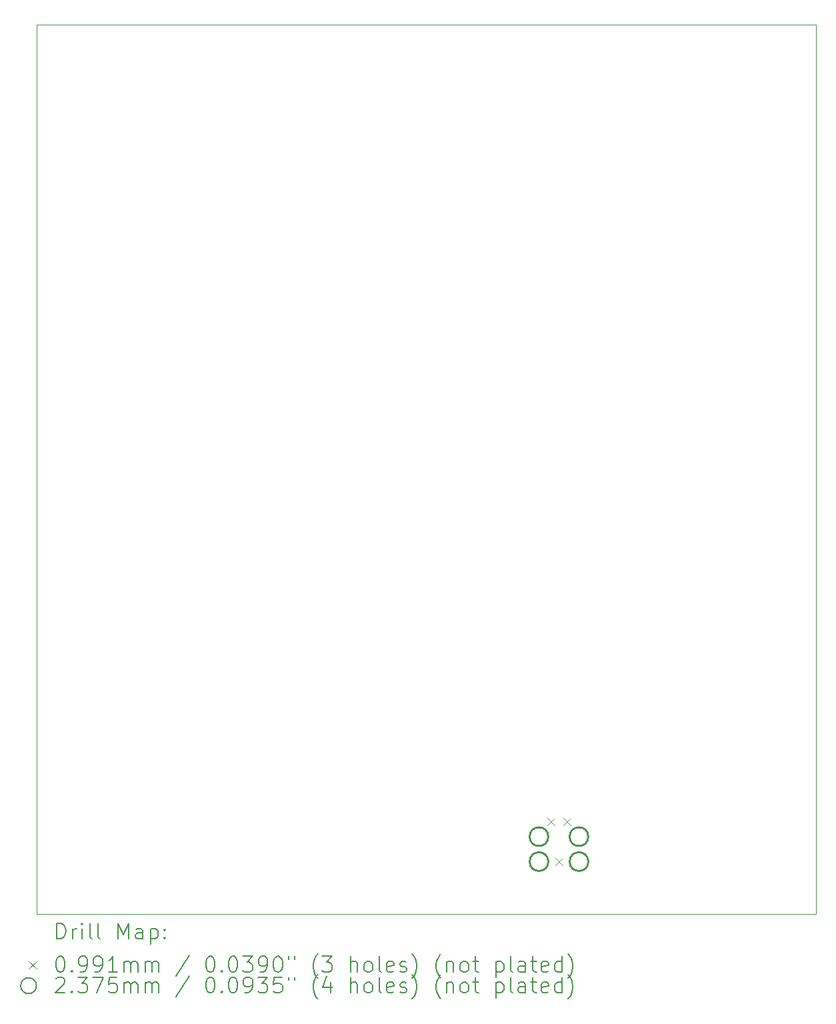
<source format=gbr>
%TF.GenerationSoftware,KiCad,Pcbnew,(6.0.7)*%
%TF.CreationDate,2022-10-10T22:00:29-03:00*%
%TF.ProjectId,uEFI_rev3,75454649-5f72-4657-9633-2e6b69636164,v3.0*%
%TF.SameCoordinates,Original*%
%TF.FileFunction,Drillmap*%
%TF.FilePolarity,Positive*%
%FSLAX45Y45*%
G04 Gerber Fmt 4.5, Leading zero omitted, Abs format (unit mm)*
G04 Created by KiCad (PCBNEW (6.0.7)) date 2022-10-10 22:00:29*
%MOMM*%
%LPD*%
G01*
G04 APERTURE LIST*
%ADD10C,0.050000*%
%ADD11C,0.200000*%
%ADD12C,0.099060*%
%ADD13C,0.237490*%
G04 APERTURE END LIST*
D10*
X5520000Y-4360000D02*
X15420000Y-4360000D01*
X15420000Y-4360000D02*
X15420000Y-15660000D01*
X15420000Y-15660000D02*
X5520000Y-15660000D01*
X5520000Y-15660000D02*
X5520000Y-4360000D01*
D11*
D12*
X12002370Y-14433470D02*
X12101430Y-14532530D01*
X12101430Y-14433470D02*
X12002370Y-14532530D01*
X12103970Y-14941470D02*
X12203030Y-15040530D01*
X12203030Y-14941470D02*
X12103970Y-15040530D01*
X12205570Y-14433470D02*
X12304630Y-14532530D01*
X12304630Y-14433470D02*
X12205570Y-14532530D01*
D13*
X12018245Y-14673500D02*
G75*
G03*
X12018245Y-14673500I-118745J0D01*
G01*
X12018245Y-14991000D02*
G75*
G03*
X12018245Y-14991000I-118745J0D01*
G01*
X12526245Y-14673500D02*
G75*
G03*
X12526245Y-14673500I-118745J0D01*
G01*
X12526245Y-14991000D02*
G75*
G03*
X12526245Y-14991000I-118745J0D01*
G01*
D11*
X5775119Y-15972976D02*
X5775119Y-15772976D01*
X5822738Y-15772976D01*
X5851309Y-15782500D01*
X5870357Y-15801548D01*
X5879881Y-15820595D01*
X5889405Y-15858690D01*
X5889405Y-15887262D01*
X5879881Y-15925357D01*
X5870357Y-15944405D01*
X5851309Y-15963452D01*
X5822738Y-15972976D01*
X5775119Y-15972976D01*
X5975119Y-15972976D02*
X5975119Y-15839643D01*
X5975119Y-15877738D02*
X5984643Y-15858690D01*
X5994167Y-15849167D01*
X6013214Y-15839643D01*
X6032262Y-15839643D01*
X6098928Y-15972976D02*
X6098928Y-15839643D01*
X6098928Y-15772976D02*
X6089405Y-15782500D01*
X6098928Y-15792024D01*
X6108452Y-15782500D01*
X6098928Y-15772976D01*
X6098928Y-15792024D01*
X6222738Y-15972976D02*
X6203690Y-15963452D01*
X6194167Y-15944405D01*
X6194167Y-15772976D01*
X6327500Y-15972976D02*
X6308452Y-15963452D01*
X6298928Y-15944405D01*
X6298928Y-15772976D01*
X6556071Y-15972976D02*
X6556071Y-15772976D01*
X6622738Y-15915833D01*
X6689405Y-15772976D01*
X6689405Y-15972976D01*
X6870357Y-15972976D02*
X6870357Y-15868214D01*
X6860833Y-15849167D01*
X6841786Y-15839643D01*
X6803690Y-15839643D01*
X6784643Y-15849167D01*
X6870357Y-15963452D02*
X6851309Y-15972976D01*
X6803690Y-15972976D01*
X6784643Y-15963452D01*
X6775119Y-15944405D01*
X6775119Y-15925357D01*
X6784643Y-15906309D01*
X6803690Y-15896786D01*
X6851309Y-15896786D01*
X6870357Y-15887262D01*
X6965595Y-15839643D02*
X6965595Y-16039643D01*
X6965595Y-15849167D02*
X6984643Y-15839643D01*
X7022738Y-15839643D01*
X7041786Y-15849167D01*
X7051309Y-15858690D01*
X7060833Y-15877738D01*
X7060833Y-15934881D01*
X7051309Y-15953928D01*
X7041786Y-15963452D01*
X7022738Y-15972976D01*
X6984643Y-15972976D01*
X6965595Y-15963452D01*
X7146548Y-15953928D02*
X7156071Y-15963452D01*
X7146548Y-15972976D01*
X7137024Y-15963452D01*
X7146548Y-15953928D01*
X7146548Y-15972976D01*
X7146548Y-15849167D02*
X7156071Y-15858690D01*
X7146548Y-15868214D01*
X7137024Y-15858690D01*
X7146548Y-15849167D01*
X7146548Y-15868214D01*
D12*
X5418440Y-16252970D02*
X5517500Y-16352030D01*
X5517500Y-16252970D02*
X5418440Y-16352030D01*
D11*
X5813214Y-16192976D02*
X5832262Y-16192976D01*
X5851309Y-16202500D01*
X5860833Y-16212024D01*
X5870357Y-16231071D01*
X5879881Y-16269167D01*
X5879881Y-16316786D01*
X5870357Y-16354881D01*
X5860833Y-16373928D01*
X5851309Y-16383452D01*
X5832262Y-16392976D01*
X5813214Y-16392976D01*
X5794167Y-16383452D01*
X5784643Y-16373928D01*
X5775119Y-16354881D01*
X5765595Y-16316786D01*
X5765595Y-16269167D01*
X5775119Y-16231071D01*
X5784643Y-16212024D01*
X5794167Y-16202500D01*
X5813214Y-16192976D01*
X5965595Y-16373928D02*
X5975119Y-16383452D01*
X5965595Y-16392976D01*
X5956071Y-16383452D01*
X5965595Y-16373928D01*
X5965595Y-16392976D01*
X6070357Y-16392976D02*
X6108452Y-16392976D01*
X6127500Y-16383452D01*
X6137024Y-16373928D01*
X6156071Y-16345357D01*
X6165595Y-16307262D01*
X6165595Y-16231071D01*
X6156071Y-16212024D01*
X6146548Y-16202500D01*
X6127500Y-16192976D01*
X6089405Y-16192976D01*
X6070357Y-16202500D01*
X6060833Y-16212024D01*
X6051309Y-16231071D01*
X6051309Y-16278690D01*
X6060833Y-16297738D01*
X6070357Y-16307262D01*
X6089405Y-16316786D01*
X6127500Y-16316786D01*
X6146548Y-16307262D01*
X6156071Y-16297738D01*
X6165595Y-16278690D01*
X6260833Y-16392976D02*
X6298928Y-16392976D01*
X6317976Y-16383452D01*
X6327500Y-16373928D01*
X6346548Y-16345357D01*
X6356071Y-16307262D01*
X6356071Y-16231071D01*
X6346548Y-16212024D01*
X6337024Y-16202500D01*
X6317976Y-16192976D01*
X6279881Y-16192976D01*
X6260833Y-16202500D01*
X6251309Y-16212024D01*
X6241786Y-16231071D01*
X6241786Y-16278690D01*
X6251309Y-16297738D01*
X6260833Y-16307262D01*
X6279881Y-16316786D01*
X6317976Y-16316786D01*
X6337024Y-16307262D01*
X6346548Y-16297738D01*
X6356071Y-16278690D01*
X6546548Y-16392976D02*
X6432262Y-16392976D01*
X6489405Y-16392976D02*
X6489405Y-16192976D01*
X6470357Y-16221548D01*
X6451309Y-16240595D01*
X6432262Y-16250119D01*
X6632262Y-16392976D02*
X6632262Y-16259643D01*
X6632262Y-16278690D02*
X6641786Y-16269167D01*
X6660833Y-16259643D01*
X6689405Y-16259643D01*
X6708452Y-16269167D01*
X6717976Y-16288214D01*
X6717976Y-16392976D01*
X6717976Y-16288214D02*
X6727500Y-16269167D01*
X6746548Y-16259643D01*
X6775119Y-16259643D01*
X6794167Y-16269167D01*
X6803690Y-16288214D01*
X6803690Y-16392976D01*
X6898928Y-16392976D02*
X6898928Y-16259643D01*
X6898928Y-16278690D02*
X6908452Y-16269167D01*
X6927500Y-16259643D01*
X6956071Y-16259643D01*
X6975119Y-16269167D01*
X6984643Y-16288214D01*
X6984643Y-16392976D01*
X6984643Y-16288214D02*
X6994167Y-16269167D01*
X7013214Y-16259643D01*
X7041786Y-16259643D01*
X7060833Y-16269167D01*
X7070357Y-16288214D01*
X7070357Y-16392976D01*
X7460833Y-16183452D02*
X7289405Y-16440595D01*
X7717976Y-16192976D02*
X7737024Y-16192976D01*
X7756071Y-16202500D01*
X7765595Y-16212024D01*
X7775119Y-16231071D01*
X7784643Y-16269167D01*
X7784643Y-16316786D01*
X7775119Y-16354881D01*
X7765595Y-16373928D01*
X7756071Y-16383452D01*
X7737024Y-16392976D01*
X7717976Y-16392976D01*
X7698928Y-16383452D01*
X7689405Y-16373928D01*
X7679881Y-16354881D01*
X7670357Y-16316786D01*
X7670357Y-16269167D01*
X7679881Y-16231071D01*
X7689405Y-16212024D01*
X7698928Y-16202500D01*
X7717976Y-16192976D01*
X7870357Y-16373928D02*
X7879881Y-16383452D01*
X7870357Y-16392976D01*
X7860833Y-16383452D01*
X7870357Y-16373928D01*
X7870357Y-16392976D01*
X8003690Y-16192976D02*
X8022738Y-16192976D01*
X8041786Y-16202500D01*
X8051309Y-16212024D01*
X8060833Y-16231071D01*
X8070357Y-16269167D01*
X8070357Y-16316786D01*
X8060833Y-16354881D01*
X8051309Y-16373928D01*
X8041786Y-16383452D01*
X8022738Y-16392976D01*
X8003690Y-16392976D01*
X7984643Y-16383452D01*
X7975119Y-16373928D01*
X7965595Y-16354881D01*
X7956071Y-16316786D01*
X7956071Y-16269167D01*
X7965595Y-16231071D01*
X7975119Y-16212024D01*
X7984643Y-16202500D01*
X8003690Y-16192976D01*
X8137024Y-16192976D02*
X8260833Y-16192976D01*
X8194167Y-16269167D01*
X8222738Y-16269167D01*
X8241786Y-16278690D01*
X8251309Y-16288214D01*
X8260833Y-16307262D01*
X8260833Y-16354881D01*
X8251309Y-16373928D01*
X8241786Y-16383452D01*
X8222738Y-16392976D01*
X8165595Y-16392976D01*
X8146548Y-16383452D01*
X8137024Y-16373928D01*
X8356071Y-16392976D02*
X8394167Y-16392976D01*
X8413214Y-16383452D01*
X8422738Y-16373928D01*
X8441786Y-16345357D01*
X8451310Y-16307262D01*
X8451310Y-16231071D01*
X8441786Y-16212024D01*
X8432262Y-16202500D01*
X8413214Y-16192976D01*
X8375119Y-16192976D01*
X8356071Y-16202500D01*
X8346548Y-16212024D01*
X8337024Y-16231071D01*
X8337024Y-16278690D01*
X8346548Y-16297738D01*
X8356071Y-16307262D01*
X8375119Y-16316786D01*
X8413214Y-16316786D01*
X8432262Y-16307262D01*
X8441786Y-16297738D01*
X8451310Y-16278690D01*
X8575119Y-16192976D02*
X8594167Y-16192976D01*
X8613214Y-16202500D01*
X8622738Y-16212024D01*
X8632262Y-16231071D01*
X8641786Y-16269167D01*
X8641786Y-16316786D01*
X8632262Y-16354881D01*
X8622738Y-16373928D01*
X8613214Y-16383452D01*
X8594167Y-16392976D01*
X8575119Y-16392976D01*
X8556071Y-16383452D01*
X8546548Y-16373928D01*
X8537024Y-16354881D01*
X8527500Y-16316786D01*
X8527500Y-16269167D01*
X8537024Y-16231071D01*
X8546548Y-16212024D01*
X8556071Y-16202500D01*
X8575119Y-16192976D01*
X8717976Y-16192976D02*
X8717976Y-16231071D01*
X8794167Y-16192976D02*
X8794167Y-16231071D01*
X9089405Y-16469167D02*
X9079881Y-16459643D01*
X9060833Y-16431071D01*
X9051310Y-16412024D01*
X9041786Y-16383452D01*
X9032262Y-16335833D01*
X9032262Y-16297738D01*
X9041786Y-16250119D01*
X9051310Y-16221548D01*
X9060833Y-16202500D01*
X9079881Y-16173928D01*
X9089405Y-16164405D01*
X9146548Y-16192976D02*
X9270357Y-16192976D01*
X9203690Y-16269167D01*
X9232262Y-16269167D01*
X9251310Y-16278690D01*
X9260833Y-16288214D01*
X9270357Y-16307262D01*
X9270357Y-16354881D01*
X9260833Y-16373928D01*
X9251310Y-16383452D01*
X9232262Y-16392976D01*
X9175119Y-16392976D01*
X9156071Y-16383452D01*
X9146548Y-16373928D01*
X9508452Y-16392976D02*
X9508452Y-16192976D01*
X9594167Y-16392976D02*
X9594167Y-16288214D01*
X9584643Y-16269167D01*
X9565595Y-16259643D01*
X9537024Y-16259643D01*
X9517976Y-16269167D01*
X9508452Y-16278690D01*
X9717976Y-16392976D02*
X9698929Y-16383452D01*
X9689405Y-16373928D01*
X9679881Y-16354881D01*
X9679881Y-16297738D01*
X9689405Y-16278690D01*
X9698929Y-16269167D01*
X9717976Y-16259643D01*
X9746548Y-16259643D01*
X9765595Y-16269167D01*
X9775119Y-16278690D01*
X9784643Y-16297738D01*
X9784643Y-16354881D01*
X9775119Y-16373928D01*
X9765595Y-16383452D01*
X9746548Y-16392976D01*
X9717976Y-16392976D01*
X9898929Y-16392976D02*
X9879881Y-16383452D01*
X9870357Y-16364405D01*
X9870357Y-16192976D01*
X10051310Y-16383452D02*
X10032262Y-16392976D01*
X9994167Y-16392976D01*
X9975119Y-16383452D01*
X9965595Y-16364405D01*
X9965595Y-16288214D01*
X9975119Y-16269167D01*
X9994167Y-16259643D01*
X10032262Y-16259643D01*
X10051310Y-16269167D01*
X10060833Y-16288214D01*
X10060833Y-16307262D01*
X9965595Y-16326309D01*
X10137024Y-16383452D02*
X10156071Y-16392976D01*
X10194167Y-16392976D01*
X10213214Y-16383452D01*
X10222738Y-16364405D01*
X10222738Y-16354881D01*
X10213214Y-16335833D01*
X10194167Y-16326309D01*
X10165595Y-16326309D01*
X10146548Y-16316786D01*
X10137024Y-16297738D01*
X10137024Y-16288214D01*
X10146548Y-16269167D01*
X10165595Y-16259643D01*
X10194167Y-16259643D01*
X10213214Y-16269167D01*
X10289405Y-16469167D02*
X10298929Y-16459643D01*
X10317976Y-16431071D01*
X10327500Y-16412024D01*
X10337024Y-16383452D01*
X10346548Y-16335833D01*
X10346548Y-16297738D01*
X10337024Y-16250119D01*
X10327500Y-16221548D01*
X10317976Y-16202500D01*
X10298929Y-16173928D01*
X10289405Y-16164405D01*
X10651310Y-16469167D02*
X10641786Y-16459643D01*
X10622738Y-16431071D01*
X10613214Y-16412024D01*
X10603690Y-16383452D01*
X10594167Y-16335833D01*
X10594167Y-16297738D01*
X10603690Y-16250119D01*
X10613214Y-16221548D01*
X10622738Y-16202500D01*
X10641786Y-16173928D01*
X10651310Y-16164405D01*
X10727500Y-16259643D02*
X10727500Y-16392976D01*
X10727500Y-16278690D02*
X10737024Y-16269167D01*
X10756071Y-16259643D01*
X10784643Y-16259643D01*
X10803690Y-16269167D01*
X10813214Y-16288214D01*
X10813214Y-16392976D01*
X10937024Y-16392976D02*
X10917976Y-16383452D01*
X10908452Y-16373928D01*
X10898929Y-16354881D01*
X10898929Y-16297738D01*
X10908452Y-16278690D01*
X10917976Y-16269167D01*
X10937024Y-16259643D01*
X10965595Y-16259643D01*
X10984643Y-16269167D01*
X10994167Y-16278690D01*
X11003690Y-16297738D01*
X11003690Y-16354881D01*
X10994167Y-16373928D01*
X10984643Y-16383452D01*
X10965595Y-16392976D01*
X10937024Y-16392976D01*
X11060833Y-16259643D02*
X11137024Y-16259643D01*
X11089405Y-16192976D02*
X11089405Y-16364405D01*
X11098929Y-16383452D01*
X11117976Y-16392976D01*
X11137024Y-16392976D01*
X11356071Y-16259643D02*
X11356071Y-16459643D01*
X11356071Y-16269167D02*
X11375119Y-16259643D01*
X11413214Y-16259643D01*
X11432262Y-16269167D01*
X11441786Y-16278690D01*
X11451309Y-16297738D01*
X11451309Y-16354881D01*
X11441786Y-16373928D01*
X11432262Y-16383452D01*
X11413214Y-16392976D01*
X11375119Y-16392976D01*
X11356071Y-16383452D01*
X11565595Y-16392976D02*
X11546548Y-16383452D01*
X11537024Y-16364405D01*
X11537024Y-16192976D01*
X11727500Y-16392976D02*
X11727500Y-16288214D01*
X11717976Y-16269167D01*
X11698928Y-16259643D01*
X11660833Y-16259643D01*
X11641786Y-16269167D01*
X11727500Y-16383452D02*
X11708452Y-16392976D01*
X11660833Y-16392976D01*
X11641786Y-16383452D01*
X11632262Y-16364405D01*
X11632262Y-16345357D01*
X11641786Y-16326309D01*
X11660833Y-16316786D01*
X11708452Y-16316786D01*
X11727500Y-16307262D01*
X11794167Y-16259643D02*
X11870357Y-16259643D01*
X11822738Y-16192976D02*
X11822738Y-16364405D01*
X11832262Y-16383452D01*
X11851309Y-16392976D01*
X11870357Y-16392976D01*
X12013214Y-16383452D02*
X11994167Y-16392976D01*
X11956071Y-16392976D01*
X11937024Y-16383452D01*
X11927500Y-16364405D01*
X11927500Y-16288214D01*
X11937024Y-16269167D01*
X11956071Y-16259643D01*
X11994167Y-16259643D01*
X12013214Y-16269167D01*
X12022738Y-16288214D01*
X12022738Y-16307262D01*
X11927500Y-16326309D01*
X12194167Y-16392976D02*
X12194167Y-16192976D01*
X12194167Y-16383452D02*
X12175119Y-16392976D01*
X12137024Y-16392976D01*
X12117976Y-16383452D01*
X12108452Y-16373928D01*
X12098928Y-16354881D01*
X12098928Y-16297738D01*
X12108452Y-16278690D01*
X12117976Y-16269167D01*
X12137024Y-16259643D01*
X12175119Y-16259643D01*
X12194167Y-16269167D01*
X12270357Y-16469167D02*
X12279881Y-16459643D01*
X12298928Y-16431071D01*
X12308452Y-16412024D01*
X12317976Y-16383452D01*
X12327500Y-16335833D01*
X12327500Y-16297738D01*
X12317976Y-16250119D01*
X12308452Y-16221548D01*
X12298928Y-16202500D01*
X12279881Y-16173928D01*
X12270357Y-16164405D01*
X5517500Y-16566500D02*
G75*
G03*
X5517500Y-16566500I-100000J0D01*
G01*
X5765595Y-16476024D02*
X5775119Y-16466500D01*
X5794167Y-16456976D01*
X5841786Y-16456976D01*
X5860833Y-16466500D01*
X5870357Y-16476024D01*
X5879881Y-16495071D01*
X5879881Y-16514119D01*
X5870357Y-16542690D01*
X5756071Y-16656976D01*
X5879881Y-16656976D01*
X5965595Y-16637928D02*
X5975119Y-16647452D01*
X5965595Y-16656976D01*
X5956071Y-16647452D01*
X5965595Y-16637928D01*
X5965595Y-16656976D01*
X6041786Y-16456976D02*
X6165595Y-16456976D01*
X6098928Y-16533167D01*
X6127500Y-16533167D01*
X6146548Y-16542690D01*
X6156071Y-16552214D01*
X6165595Y-16571262D01*
X6165595Y-16618881D01*
X6156071Y-16637928D01*
X6146548Y-16647452D01*
X6127500Y-16656976D01*
X6070357Y-16656976D01*
X6051309Y-16647452D01*
X6041786Y-16637928D01*
X6232262Y-16456976D02*
X6365595Y-16456976D01*
X6279881Y-16656976D01*
X6537024Y-16456976D02*
X6441786Y-16456976D01*
X6432262Y-16552214D01*
X6441786Y-16542690D01*
X6460833Y-16533167D01*
X6508452Y-16533167D01*
X6527500Y-16542690D01*
X6537024Y-16552214D01*
X6546548Y-16571262D01*
X6546548Y-16618881D01*
X6537024Y-16637928D01*
X6527500Y-16647452D01*
X6508452Y-16656976D01*
X6460833Y-16656976D01*
X6441786Y-16647452D01*
X6432262Y-16637928D01*
X6632262Y-16656976D02*
X6632262Y-16523643D01*
X6632262Y-16542690D02*
X6641786Y-16533167D01*
X6660833Y-16523643D01*
X6689405Y-16523643D01*
X6708452Y-16533167D01*
X6717976Y-16552214D01*
X6717976Y-16656976D01*
X6717976Y-16552214D02*
X6727500Y-16533167D01*
X6746548Y-16523643D01*
X6775119Y-16523643D01*
X6794167Y-16533167D01*
X6803690Y-16552214D01*
X6803690Y-16656976D01*
X6898928Y-16656976D02*
X6898928Y-16523643D01*
X6898928Y-16542690D02*
X6908452Y-16533167D01*
X6927500Y-16523643D01*
X6956071Y-16523643D01*
X6975119Y-16533167D01*
X6984643Y-16552214D01*
X6984643Y-16656976D01*
X6984643Y-16552214D02*
X6994167Y-16533167D01*
X7013214Y-16523643D01*
X7041786Y-16523643D01*
X7060833Y-16533167D01*
X7070357Y-16552214D01*
X7070357Y-16656976D01*
X7460833Y-16447452D02*
X7289405Y-16704595D01*
X7717976Y-16456976D02*
X7737024Y-16456976D01*
X7756071Y-16466500D01*
X7765595Y-16476024D01*
X7775119Y-16495071D01*
X7784643Y-16533167D01*
X7784643Y-16580786D01*
X7775119Y-16618881D01*
X7765595Y-16637928D01*
X7756071Y-16647452D01*
X7737024Y-16656976D01*
X7717976Y-16656976D01*
X7698928Y-16647452D01*
X7689405Y-16637928D01*
X7679881Y-16618881D01*
X7670357Y-16580786D01*
X7670357Y-16533167D01*
X7679881Y-16495071D01*
X7689405Y-16476024D01*
X7698928Y-16466500D01*
X7717976Y-16456976D01*
X7870357Y-16637928D02*
X7879881Y-16647452D01*
X7870357Y-16656976D01*
X7860833Y-16647452D01*
X7870357Y-16637928D01*
X7870357Y-16656976D01*
X8003690Y-16456976D02*
X8022738Y-16456976D01*
X8041786Y-16466500D01*
X8051309Y-16476024D01*
X8060833Y-16495071D01*
X8070357Y-16533167D01*
X8070357Y-16580786D01*
X8060833Y-16618881D01*
X8051309Y-16637928D01*
X8041786Y-16647452D01*
X8022738Y-16656976D01*
X8003690Y-16656976D01*
X7984643Y-16647452D01*
X7975119Y-16637928D01*
X7965595Y-16618881D01*
X7956071Y-16580786D01*
X7956071Y-16533167D01*
X7965595Y-16495071D01*
X7975119Y-16476024D01*
X7984643Y-16466500D01*
X8003690Y-16456976D01*
X8165595Y-16656976D02*
X8203690Y-16656976D01*
X8222738Y-16647452D01*
X8232262Y-16637928D01*
X8251309Y-16609357D01*
X8260833Y-16571262D01*
X8260833Y-16495071D01*
X8251309Y-16476024D01*
X8241786Y-16466500D01*
X8222738Y-16456976D01*
X8184643Y-16456976D01*
X8165595Y-16466500D01*
X8156071Y-16476024D01*
X8146548Y-16495071D01*
X8146548Y-16542690D01*
X8156071Y-16561738D01*
X8165595Y-16571262D01*
X8184643Y-16580786D01*
X8222738Y-16580786D01*
X8241786Y-16571262D01*
X8251309Y-16561738D01*
X8260833Y-16542690D01*
X8327500Y-16456976D02*
X8451310Y-16456976D01*
X8384643Y-16533167D01*
X8413214Y-16533167D01*
X8432262Y-16542690D01*
X8441786Y-16552214D01*
X8451310Y-16571262D01*
X8451310Y-16618881D01*
X8441786Y-16637928D01*
X8432262Y-16647452D01*
X8413214Y-16656976D01*
X8356071Y-16656976D01*
X8337024Y-16647452D01*
X8327500Y-16637928D01*
X8632262Y-16456976D02*
X8537024Y-16456976D01*
X8527500Y-16552214D01*
X8537024Y-16542690D01*
X8556071Y-16533167D01*
X8603690Y-16533167D01*
X8622738Y-16542690D01*
X8632262Y-16552214D01*
X8641786Y-16571262D01*
X8641786Y-16618881D01*
X8632262Y-16637928D01*
X8622738Y-16647452D01*
X8603690Y-16656976D01*
X8556071Y-16656976D01*
X8537024Y-16647452D01*
X8527500Y-16637928D01*
X8717976Y-16456976D02*
X8717976Y-16495071D01*
X8794167Y-16456976D02*
X8794167Y-16495071D01*
X9089405Y-16733167D02*
X9079881Y-16723643D01*
X9060833Y-16695071D01*
X9051310Y-16676024D01*
X9041786Y-16647452D01*
X9032262Y-16599833D01*
X9032262Y-16561738D01*
X9041786Y-16514119D01*
X9051310Y-16485548D01*
X9060833Y-16466500D01*
X9079881Y-16437928D01*
X9089405Y-16428405D01*
X9251310Y-16523643D02*
X9251310Y-16656976D01*
X9203690Y-16447452D02*
X9156071Y-16590309D01*
X9279881Y-16590309D01*
X9508452Y-16656976D02*
X9508452Y-16456976D01*
X9594167Y-16656976D02*
X9594167Y-16552214D01*
X9584643Y-16533167D01*
X9565595Y-16523643D01*
X9537024Y-16523643D01*
X9517976Y-16533167D01*
X9508452Y-16542690D01*
X9717976Y-16656976D02*
X9698929Y-16647452D01*
X9689405Y-16637928D01*
X9679881Y-16618881D01*
X9679881Y-16561738D01*
X9689405Y-16542690D01*
X9698929Y-16533167D01*
X9717976Y-16523643D01*
X9746548Y-16523643D01*
X9765595Y-16533167D01*
X9775119Y-16542690D01*
X9784643Y-16561738D01*
X9784643Y-16618881D01*
X9775119Y-16637928D01*
X9765595Y-16647452D01*
X9746548Y-16656976D01*
X9717976Y-16656976D01*
X9898929Y-16656976D02*
X9879881Y-16647452D01*
X9870357Y-16628405D01*
X9870357Y-16456976D01*
X10051310Y-16647452D02*
X10032262Y-16656976D01*
X9994167Y-16656976D01*
X9975119Y-16647452D01*
X9965595Y-16628405D01*
X9965595Y-16552214D01*
X9975119Y-16533167D01*
X9994167Y-16523643D01*
X10032262Y-16523643D01*
X10051310Y-16533167D01*
X10060833Y-16552214D01*
X10060833Y-16571262D01*
X9965595Y-16590309D01*
X10137024Y-16647452D02*
X10156071Y-16656976D01*
X10194167Y-16656976D01*
X10213214Y-16647452D01*
X10222738Y-16628405D01*
X10222738Y-16618881D01*
X10213214Y-16599833D01*
X10194167Y-16590309D01*
X10165595Y-16590309D01*
X10146548Y-16580786D01*
X10137024Y-16561738D01*
X10137024Y-16552214D01*
X10146548Y-16533167D01*
X10165595Y-16523643D01*
X10194167Y-16523643D01*
X10213214Y-16533167D01*
X10289405Y-16733167D02*
X10298929Y-16723643D01*
X10317976Y-16695071D01*
X10327500Y-16676024D01*
X10337024Y-16647452D01*
X10346548Y-16599833D01*
X10346548Y-16561738D01*
X10337024Y-16514119D01*
X10327500Y-16485548D01*
X10317976Y-16466500D01*
X10298929Y-16437928D01*
X10289405Y-16428405D01*
X10651310Y-16733167D02*
X10641786Y-16723643D01*
X10622738Y-16695071D01*
X10613214Y-16676024D01*
X10603690Y-16647452D01*
X10594167Y-16599833D01*
X10594167Y-16561738D01*
X10603690Y-16514119D01*
X10613214Y-16485548D01*
X10622738Y-16466500D01*
X10641786Y-16437928D01*
X10651310Y-16428405D01*
X10727500Y-16523643D02*
X10727500Y-16656976D01*
X10727500Y-16542690D02*
X10737024Y-16533167D01*
X10756071Y-16523643D01*
X10784643Y-16523643D01*
X10803690Y-16533167D01*
X10813214Y-16552214D01*
X10813214Y-16656976D01*
X10937024Y-16656976D02*
X10917976Y-16647452D01*
X10908452Y-16637928D01*
X10898929Y-16618881D01*
X10898929Y-16561738D01*
X10908452Y-16542690D01*
X10917976Y-16533167D01*
X10937024Y-16523643D01*
X10965595Y-16523643D01*
X10984643Y-16533167D01*
X10994167Y-16542690D01*
X11003690Y-16561738D01*
X11003690Y-16618881D01*
X10994167Y-16637928D01*
X10984643Y-16647452D01*
X10965595Y-16656976D01*
X10937024Y-16656976D01*
X11060833Y-16523643D02*
X11137024Y-16523643D01*
X11089405Y-16456976D02*
X11089405Y-16628405D01*
X11098929Y-16647452D01*
X11117976Y-16656976D01*
X11137024Y-16656976D01*
X11356071Y-16523643D02*
X11356071Y-16723643D01*
X11356071Y-16533167D02*
X11375119Y-16523643D01*
X11413214Y-16523643D01*
X11432262Y-16533167D01*
X11441786Y-16542690D01*
X11451309Y-16561738D01*
X11451309Y-16618881D01*
X11441786Y-16637928D01*
X11432262Y-16647452D01*
X11413214Y-16656976D01*
X11375119Y-16656976D01*
X11356071Y-16647452D01*
X11565595Y-16656976D02*
X11546548Y-16647452D01*
X11537024Y-16628405D01*
X11537024Y-16456976D01*
X11727500Y-16656976D02*
X11727500Y-16552214D01*
X11717976Y-16533167D01*
X11698928Y-16523643D01*
X11660833Y-16523643D01*
X11641786Y-16533167D01*
X11727500Y-16647452D02*
X11708452Y-16656976D01*
X11660833Y-16656976D01*
X11641786Y-16647452D01*
X11632262Y-16628405D01*
X11632262Y-16609357D01*
X11641786Y-16590309D01*
X11660833Y-16580786D01*
X11708452Y-16580786D01*
X11727500Y-16571262D01*
X11794167Y-16523643D02*
X11870357Y-16523643D01*
X11822738Y-16456976D02*
X11822738Y-16628405D01*
X11832262Y-16647452D01*
X11851309Y-16656976D01*
X11870357Y-16656976D01*
X12013214Y-16647452D02*
X11994167Y-16656976D01*
X11956071Y-16656976D01*
X11937024Y-16647452D01*
X11927500Y-16628405D01*
X11927500Y-16552214D01*
X11937024Y-16533167D01*
X11956071Y-16523643D01*
X11994167Y-16523643D01*
X12013214Y-16533167D01*
X12022738Y-16552214D01*
X12022738Y-16571262D01*
X11927500Y-16590309D01*
X12194167Y-16656976D02*
X12194167Y-16456976D01*
X12194167Y-16647452D02*
X12175119Y-16656976D01*
X12137024Y-16656976D01*
X12117976Y-16647452D01*
X12108452Y-16637928D01*
X12098928Y-16618881D01*
X12098928Y-16561738D01*
X12108452Y-16542690D01*
X12117976Y-16533167D01*
X12137024Y-16523643D01*
X12175119Y-16523643D01*
X12194167Y-16533167D01*
X12270357Y-16733167D02*
X12279881Y-16723643D01*
X12298928Y-16695071D01*
X12308452Y-16676024D01*
X12317976Y-16647452D01*
X12327500Y-16599833D01*
X12327500Y-16561738D01*
X12317976Y-16514119D01*
X12308452Y-16485548D01*
X12298928Y-16466500D01*
X12279881Y-16437928D01*
X12270357Y-16428405D01*
M02*

</source>
